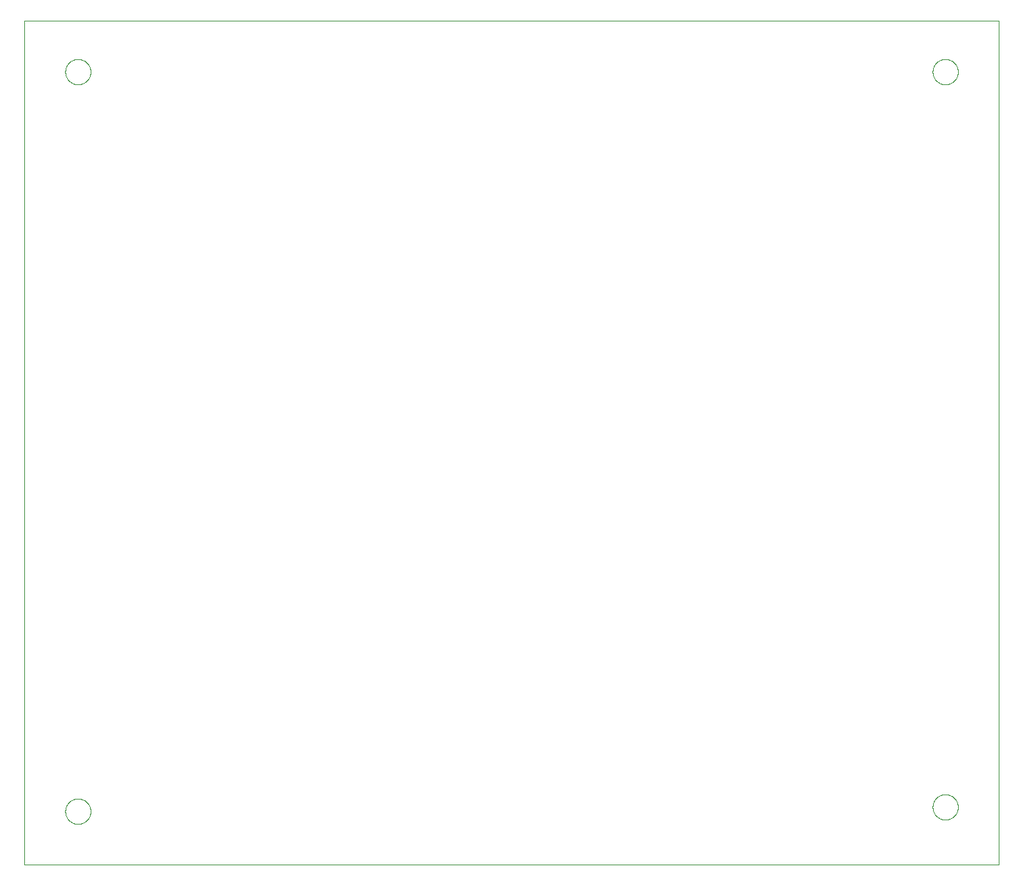
<source format=gko>
G75*
%MOIN*%
%OFA0B0*%
%FSLAX25Y25*%
%IPPOS*%
%LPD*%
%AMOC8*
5,1,8,0,0,1.08239X$1,22.5*
%
%ADD10C,0.00000*%
D10*
X0035984Y0001000D02*
X0035984Y0394701D01*
X0490906Y0394701D01*
X0490906Y0001000D01*
X0035984Y0001000D01*
X0055078Y0026000D02*
X0055080Y0026153D01*
X0055086Y0026307D01*
X0055096Y0026460D01*
X0055110Y0026612D01*
X0055128Y0026765D01*
X0055150Y0026916D01*
X0055175Y0027067D01*
X0055205Y0027218D01*
X0055239Y0027368D01*
X0055276Y0027516D01*
X0055317Y0027664D01*
X0055362Y0027810D01*
X0055411Y0027956D01*
X0055464Y0028100D01*
X0055520Y0028242D01*
X0055580Y0028383D01*
X0055644Y0028523D01*
X0055711Y0028661D01*
X0055782Y0028797D01*
X0055857Y0028931D01*
X0055934Y0029063D01*
X0056016Y0029193D01*
X0056100Y0029321D01*
X0056188Y0029447D01*
X0056279Y0029570D01*
X0056373Y0029691D01*
X0056471Y0029809D01*
X0056571Y0029925D01*
X0056675Y0030038D01*
X0056781Y0030149D01*
X0056890Y0030257D01*
X0057002Y0030362D01*
X0057116Y0030463D01*
X0057234Y0030562D01*
X0057353Y0030658D01*
X0057475Y0030751D01*
X0057600Y0030840D01*
X0057727Y0030927D01*
X0057856Y0031009D01*
X0057987Y0031089D01*
X0058120Y0031165D01*
X0058255Y0031238D01*
X0058392Y0031307D01*
X0058531Y0031372D01*
X0058671Y0031434D01*
X0058813Y0031492D01*
X0058956Y0031547D01*
X0059101Y0031598D01*
X0059247Y0031645D01*
X0059394Y0031688D01*
X0059542Y0031727D01*
X0059691Y0031763D01*
X0059841Y0031794D01*
X0059992Y0031822D01*
X0060143Y0031846D01*
X0060296Y0031866D01*
X0060448Y0031882D01*
X0060601Y0031894D01*
X0060754Y0031902D01*
X0060907Y0031906D01*
X0061061Y0031906D01*
X0061214Y0031902D01*
X0061367Y0031894D01*
X0061520Y0031882D01*
X0061672Y0031866D01*
X0061825Y0031846D01*
X0061976Y0031822D01*
X0062127Y0031794D01*
X0062277Y0031763D01*
X0062426Y0031727D01*
X0062574Y0031688D01*
X0062721Y0031645D01*
X0062867Y0031598D01*
X0063012Y0031547D01*
X0063155Y0031492D01*
X0063297Y0031434D01*
X0063437Y0031372D01*
X0063576Y0031307D01*
X0063713Y0031238D01*
X0063848Y0031165D01*
X0063981Y0031089D01*
X0064112Y0031009D01*
X0064241Y0030927D01*
X0064368Y0030840D01*
X0064493Y0030751D01*
X0064615Y0030658D01*
X0064734Y0030562D01*
X0064852Y0030463D01*
X0064966Y0030362D01*
X0065078Y0030257D01*
X0065187Y0030149D01*
X0065293Y0030038D01*
X0065397Y0029925D01*
X0065497Y0029809D01*
X0065595Y0029691D01*
X0065689Y0029570D01*
X0065780Y0029447D01*
X0065868Y0029321D01*
X0065952Y0029193D01*
X0066034Y0029063D01*
X0066111Y0028931D01*
X0066186Y0028797D01*
X0066257Y0028661D01*
X0066324Y0028523D01*
X0066388Y0028383D01*
X0066448Y0028242D01*
X0066504Y0028100D01*
X0066557Y0027956D01*
X0066606Y0027810D01*
X0066651Y0027664D01*
X0066692Y0027516D01*
X0066729Y0027368D01*
X0066763Y0027218D01*
X0066793Y0027067D01*
X0066818Y0026916D01*
X0066840Y0026765D01*
X0066858Y0026612D01*
X0066872Y0026460D01*
X0066882Y0026307D01*
X0066888Y0026153D01*
X0066890Y0026000D01*
X0066888Y0025847D01*
X0066882Y0025693D01*
X0066872Y0025540D01*
X0066858Y0025388D01*
X0066840Y0025235D01*
X0066818Y0025084D01*
X0066793Y0024933D01*
X0066763Y0024782D01*
X0066729Y0024632D01*
X0066692Y0024484D01*
X0066651Y0024336D01*
X0066606Y0024190D01*
X0066557Y0024044D01*
X0066504Y0023900D01*
X0066448Y0023758D01*
X0066388Y0023617D01*
X0066324Y0023477D01*
X0066257Y0023339D01*
X0066186Y0023203D01*
X0066111Y0023069D01*
X0066034Y0022937D01*
X0065952Y0022807D01*
X0065868Y0022679D01*
X0065780Y0022553D01*
X0065689Y0022430D01*
X0065595Y0022309D01*
X0065497Y0022191D01*
X0065397Y0022075D01*
X0065293Y0021962D01*
X0065187Y0021851D01*
X0065078Y0021743D01*
X0064966Y0021638D01*
X0064852Y0021537D01*
X0064734Y0021438D01*
X0064615Y0021342D01*
X0064493Y0021249D01*
X0064368Y0021160D01*
X0064241Y0021073D01*
X0064112Y0020991D01*
X0063981Y0020911D01*
X0063848Y0020835D01*
X0063713Y0020762D01*
X0063576Y0020693D01*
X0063437Y0020628D01*
X0063297Y0020566D01*
X0063155Y0020508D01*
X0063012Y0020453D01*
X0062867Y0020402D01*
X0062721Y0020355D01*
X0062574Y0020312D01*
X0062426Y0020273D01*
X0062277Y0020237D01*
X0062127Y0020206D01*
X0061976Y0020178D01*
X0061825Y0020154D01*
X0061672Y0020134D01*
X0061520Y0020118D01*
X0061367Y0020106D01*
X0061214Y0020098D01*
X0061061Y0020094D01*
X0060907Y0020094D01*
X0060754Y0020098D01*
X0060601Y0020106D01*
X0060448Y0020118D01*
X0060296Y0020134D01*
X0060143Y0020154D01*
X0059992Y0020178D01*
X0059841Y0020206D01*
X0059691Y0020237D01*
X0059542Y0020273D01*
X0059394Y0020312D01*
X0059247Y0020355D01*
X0059101Y0020402D01*
X0058956Y0020453D01*
X0058813Y0020508D01*
X0058671Y0020566D01*
X0058531Y0020628D01*
X0058392Y0020693D01*
X0058255Y0020762D01*
X0058120Y0020835D01*
X0057987Y0020911D01*
X0057856Y0020991D01*
X0057727Y0021073D01*
X0057600Y0021160D01*
X0057475Y0021249D01*
X0057353Y0021342D01*
X0057234Y0021438D01*
X0057116Y0021537D01*
X0057002Y0021638D01*
X0056890Y0021743D01*
X0056781Y0021851D01*
X0056675Y0021962D01*
X0056571Y0022075D01*
X0056471Y0022191D01*
X0056373Y0022309D01*
X0056279Y0022430D01*
X0056188Y0022553D01*
X0056100Y0022679D01*
X0056016Y0022807D01*
X0055934Y0022937D01*
X0055857Y0023069D01*
X0055782Y0023203D01*
X0055711Y0023339D01*
X0055644Y0023477D01*
X0055580Y0023617D01*
X0055520Y0023758D01*
X0055464Y0023900D01*
X0055411Y0024044D01*
X0055362Y0024190D01*
X0055317Y0024336D01*
X0055276Y0024484D01*
X0055239Y0024632D01*
X0055205Y0024782D01*
X0055175Y0024933D01*
X0055150Y0025084D01*
X0055128Y0025235D01*
X0055110Y0025388D01*
X0055096Y0025540D01*
X0055086Y0025693D01*
X0055080Y0025847D01*
X0055078Y0026000D01*
X0460078Y0028000D02*
X0460080Y0028153D01*
X0460086Y0028307D01*
X0460096Y0028460D01*
X0460110Y0028612D01*
X0460128Y0028765D01*
X0460150Y0028916D01*
X0460175Y0029067D01*
X0460205Y0029218D01*
X0460239Y0029368D01*
X0460276Y0029516D01*
X0460317Y0029664D01*
X0460362Y0029810D01*
X0460411Y0029956D01*
X0460464Y0030100D01*
X0460520Y0030242D01*
X0460580Y0030383D01*
X0460644Y0030523D01*
X0460711Y0030661D01*
X0460782Y0030797D01*
X0460857Y0030931D01*
X0460934Y0031063D01*
X0461016Y0031193D01*
X0461100Y0031321D01*
X0461188Y0031447D01*
X0461279Y0031570D01*
X0461373Y0031691D01*
X0461471Y0031809D01*
X0461571Y0031925D01*
X0461675Y0032038D01*
X0461781Y0032149D01*
X0461890Y0032257D01*
X0462002Y0032362D01*
X0462116Y0032463D01*
X0462234Y0032562D01*
X0462353Y0032658D01*
X0462475Y0032751D01*
X0462600Y0032840D01*
X0462727Y0032927D01*
X0462856Y0033009D01*
X0462987Y0033089D01*
X0463120Y0033165D01*
X0463255Y0033238D01*
X0463392Y0033307D01*
X0463531Y0033372D01*
X0463671Y0033434D01*
X0463813Y0033492D01*
X0463956Y0033547D01*
X0464101Y0033598D01*
X0464247Y0033645D01*
X0464394Y0033688D01*
X0464542Y0033727D01*
X0464691Y0033763D01*
X0464841Y0033794D01*
X0464992Y0033822D01*
X0465143Y0033846D01*
X0465296Y0033866D01*
X0465448Y0033882D01*
X0465601Y0033894D01*
X0465754Y0033902D01*
X0465907Y0033906D01*
X0466061Y0033906D01*
X0466214Y0033902D01*
X0466367Y0033894D01*
X0466520Y0033882D01*
X0466672Y0033866D01*
X0466825Y0033846D01*
X0466976Y0033822D01*
X0467127Y0033794D01*
X0467277Y0033763D01*
X0467426Y0033727D01*
X0467574Y0033688D01*
X0467721Y0033645D01*
X0467867Y0033598D01*
X0468012Y0033547D01*
X0468155Y0033492D01*
X0468297Y0033434D01*
X0468437Y0033372D01*
X0468576Y0033307D01*
X0468713Y0033238D01*
X0468848Y0033165D01*
X0468981Y0033089D01*
X0469112Y0033009D01*
X0469241Y0032927D01*
X0469368Y0032840D01*
X0469493Y0032751D01*
X0469615Y0032658D01*
X0469734Y0032562D01*
X0469852Y0032463D01*
X0469966Y0032362D01*
X0470078Y0032257D01*
X0470187Y0032149D01*
X0470293Y0032038D01*
X0470397Y0031925D01*
X0470497Y0031809D01*
X0470595Y0031691D01*
X0470689Y0031570D01*
X0470780Y0031447D01*
X0470868Y0031321D01*
X0470952Y0031193D01*
X0471034Y0031063D01*
X0471111Y0030931D01*
X0471186Y0030797D01*
X0471257Y0030661D01*
X0471324Y0030523D01*
X0471388Y0030383D01*
X0471448Y0030242D01*
X0471504Y0030100D01*
X0471557Y0029956D01*
X0471606Y0029810D01*
X0471651Y0029664D01*
X0471692Y0029516D01*
X0471729Y0029368D01*
X0471763Y0029218D01*
X0471793Y0029067D01*
X0471818Y0028916D01*
X0471840Y0028765D01*
X0471858Y0028612D01*
X0471872Y0028460D01*
X0471882Y0028307D01*
X0471888Y0028153D01*
X0471890Y0028000D01*
X0471888Y0027847D01*
X0471882Y0027693D01*
X0471872Y0027540D01*
X0471858Y0027388D01*
X0471840Y0027235D01*
X0471818Y0027084D01*
X0471793Y0026933D01*
X0471763Y0026782D01*
X0471729Y0026632D01*
X0471692Y0026484D01*
X0471651Y0026336D01*
X0471606Y0026190D01*
X0471557Y0026044D01*
X0471504Y0025900D01*
X0471448Y0025758D01*
X0471388Y0025617D01*
X0471324Y0025477D01*
X0471257Y0025339D01*
X0471186Y0025203D01*
X0471111Y0025069D01*
X0471034Y0024937D01*
X0470952Y0024807D01*
X0470868Y0024679D01*
X0470780Y0024553D01*
X0470689Y0024430D01*
X0470595Y0024309D01*
X0470497Y0024191D01*
X0470397Y0024075D01*
X0470293Y0023962D01*
X0470187Y0023851D01*
X0470078Y0023743D01*
X0469966Y0023638D01*
X0469852Y0023537D01*
X0469734Y0023438D01*
X0469615Y0023342D01*
X0469493Y0023249D01*
X0469368Y0023160D01*
X0469241Y0023073D01*
X0469112Y0022991D01*
X0468981Y0022911D01*
X0468848Y0022835D01*
X0468713Y0022762D01*
X0468576Y0022693D01*
X0468437Y0022628D01*
X0468297Y0022566D01*
X0468155Y0022508D01*
X0468012Y0022453D01*
X0467867Y0022402D01*
X0467721Y0022355D01*
X0467574Y0022312D01*
X0467426Y0022273D01*
X0467277Y0022237D01*
X0467127Y0022206D01*
X0466976Y0022178D01*
X0466825Y0022154D01*
X0466672Y0022134D01*
X0466520Y0022118D01*
X0466367Y0022106D01*
X0466214Y0022098D01*
X0466061Y0022094D01*
X0465907Y0022094D01*
X0465754Y0022098D01*
X0465601Y0022106D01*
X0465448Y0022118D01*
X0465296Y0022134D01*
X0465143Y0022154D01*
X0464992Y0022178D01*
X0464841Y0022206D01*
X0464691Y0022237D01*
X0464542Y0022273D01*
X0464394Y0022312D01*
X0464247Y0022355D01*
X0464101Y0022402D01*
X0463956Y0022453D01*
X0463813Y0022508D01*
X0463671Y0022566D01*
X0463531Y0022628D01*
X0463392Y0022693D01*
X0463255Y0022762D01*
X0463120Y0022835D01*
X0462987Y0022911D01*
X0462856Y0022991D01*
X0462727Y0023073D01*
X0462600Y0023160D01*
X0462475Y0023249D01*
X0462353Y0023342D01*
X0462234Y0023438D01*
X0462116Y0023537D01*
X0462002Y0023638D01*
X0461890Y0023743D01*
X0461781Y0023851D01*
X0461675Y0023962D01*
X0461571Y0024075D01*
X0461471Y0024191D01*
X0461373Y0024309D01*
X0461279Y0024430D01*
X0461188Y0024553D01*
X0461100Y0024679D01*
X0461016Y0024807D01*
X0460934Y0024937D01*
X0460857Y0025069D01*
X0460782Y0025203D01*
X0460711Y0025339D01*
X0460644Y0025477D01*
X0460580Y0025617D01*
X0460520Y0025758D01*
X0460464Y0025900D01*
X0460411Y0026044D01*
X0460362Y0026190D01*
X0460317Y0026336D01*
X0460276Y0026484D01*
X0460239Y0026632D01*
X0460205Y0026782D01*
X0460175Y0026933D01*
X0460150Y0027084D01*
X0460128Y0027235D01*
X0460110Y0027388D01*
X0460096Y0027540D01*
X0460086Y0027693D01*
X0460080Y0027847D01*
X0460078Y0028000D01*
X0460078Y0371000D02*
X0460080Y0371153D01*
X0460086Y0371307D01*
X0460096Y0371460D01*
X0460110Y0371612D01*
X0460128Y0371765D01*
X0460150Y0371916D01*
X0460175Y0372067D01*
X0460205Y0372218D01*
X0460239Y0372368D01*
X0460276Y0372516D01*
X0460317Y0372664D01*
X0460362Y0372810D01*
X0460411Y0372956D01*
X0460464Y0373100D01*
X0460520Y0373242D01*
X0460580Y0373383D01*
X0460644Y0373523D01*
X0460711Y0373661D01*
X0460782Y0373797D01*
X0460857Y0373931D01*
X0460934Y0374063D01*
X0461016Y0374193D01*
X0461100Y0374321D01*
X0461188Y0374447D01*
X0461279Y0374570D01*
X0461373Y0374691D01*
X0461471Y0374809D01*
X0461571Y0374925D01*
X0461675Y0375038D01*
X0461781Y0375149D01*
X0461890Y0375257D01*
X0462002Y0375362D01*
X0462116Y0375463D01*
X0462234Y0375562D01*
X0462353Y0375658D01*
X0462475Y0375751D01*
X0462600Y0375840D01*
X0462727Y0375927D01*
X0462856Y0376009D01*
X0462987Y0376089D01*
X0463120Y0376165D01*
X0463255Y0376238D01*
X0463392Y0376307D01*
X0463531Y0376372D01*
X0463671Y0376434D01*
X0463813Y0376492D01*
X0463956Y0376547D01*
X0464101Y0376598D01*
X0464247Y0376645D01*
X0464394Y0376688D01*
X0464542Y0376727D01*
X0464691Y0376763D01*
X0464841Y0376794D01*
X0464992Y0376822D01*
X0465143Y0376846D01*
X0465296Y0376866D01*
X0465448Y0376882D01*
X0465601Y0376894D01*
X0465754Y0376902D01*
X0465907Y0376906D01*
X0466061Y0376906D01*
X0466214Y0376902D01*
X0466367Y0376894D01*
X0466520Y0376882D01*
X0466672Y0376866D01*
X0466825Y0376846D01*
X0466976Y0376822D01*
X0467127Y0376794D01*
X0467277Y0376763D01*
X0467426Y0376727D01*
X0467574Y0376688D01*
X0467721Y0376645D01*
X0467867Y0376598D01*
X0468012Y0376547D01*
X0468155Y0376492D01*
X0468297Y0376434D01*
X0468437Y0376372D01*
X0468576Y0376307D01*
X0468713Y0376238D01*
X0468848Y0376165D01*
X0468981Y0376089D01*
X0469112Y0376009D01*
X0469241Y0375927D01*
X0469368Y0375840D01*
X0469493Y0375751D01*
X0469615Y0375658D01*
X0469734Y0375562D01*
X0469852Y0375463D01*
X0469966Y0375362D01*
X0470078Y0375257D01*
X0470187Y0375149D01*
X0470293Y0375038D01*
X0470397Y0374925D01*
X0470497Y0374809D01*
X0470595Y0374691D01*
X0470689Y0374570D01*
X0470780Y0374447D01*
X0470868Y0374321D01*
X0470952Y0374193D01*
X0471034Y0374063D01*
X0471111Y0373931D01*
X0471186Y0373797D01*
X0471257Y0373661D01*
X0471324Y0373523D01*
X0471388Y0373383D01*
X0471448Y0373242D01*
X0471504Y0373100D01*
X0471557Y0372956D01*
X0471606Y0372810D01*
X0471651Y0372664D01*
X0471692Y0372516D01*
X0471729Y0372368D01*
X0471763Y0372218D01*
X0471793Y0372067D01*
X0471818Y0371916D01*
X0471840Y0371765D01*
X0471858Y0371612D01*
X0471872Y0371460D01*
X0471882Y0371307D01*
X0471888Y0371153D01*
X0471890Y0371000D01*
X0471888Y0370847D01*
X0471882Y0370693D01*
X0471872Y0370540D01*
X0471858Y0370388D01*
X0471840Y0370235D01*
X0471818Y0370084D01*
X0471793Y0369933D01*
X0471763Y0369782D01*
X0471729Y0369632D01*
X0471692Y0369484D01*
X0471651Y0369336D01*
X0471606Y0369190D01*
X0471557Y0369044D01*
X0471504Y0368900D01*
X0471448Y0368758D01*
X0471388Y0368617D01*
X0471324Y0368477D01*
X0471257Y0368339D01*
X0471186Y0368203D01*
X0471111Y0368069D01*
X0471034Y0367937D01*
X0470952Y0367807D01*
X0470868Y0367679D01*
X0470780Y0367553D01*
X0470689Y0367430D01*
X0470595Y0367309D01*
X0470497Y0367191D01*
X0470397Y0367075D01*
X0470293Y0366962D01*
X0470187Y0366851D01*
X0470078Y0366743D01*
X0469966Y0366638D01*
X0469852Y0366537D01*
X0469734Y0366438D01*
X0469615Y0366342D01*
X0469493Y0366249D01*
X0469368Y0366160D01*
X0469241Y0366073D01*
X0469112Y0365991D01*
X0468981Y0365911D01*
X0468848Y0365835D01*
X0468713Y0365762D01*
X0468576Y0365693D01*
X0468437Y0365628D01*
X0468297Y0365566D01*
X0468155Y0365508D01*
X0468012Y0365453D01*
X0467867Y0365402D01*
X0467721Y0365355D01*
X0467574Y0365312D01*
X0467426Y0365273D01*
X0467277Y0365237D01*
X0467127Y0365206D01*
X0466976Y0365178D01*
X0466825Y0365154D01*
X0466672Y0365134D01*
X0466520Y0365118D01*
X0466367Y0365106D01*
X0466214Y0365098D01*
X0466061Y0365094D01*
X0465907Y0365094D01*
X0465754Y0365098D01*
X0465601Y0365106D01*
X0465448Y0365118D01*
X0465296Y0365134D01*
X0465143Y0365154D01*
X0464992Y0365178D01*
X0464841Y0365206D01*
X0464691Y0365237D01*
X0464542Y0365273D01*
X0464394Y0365312D01*
X0464247Y0365355D01*
X0464101Y0365402D01*
X0463956Y0365453D01*
X0463813Y0365508D01*
X0463671Y0365566D01*
X0463531Y0365628D01*
X0463392Y0365693D01*
X0463255Y0365762D01*
X0463120Y0365835D01*
X0462987Y0365911D01*
X0462856Y0365991D01*
X0462727Y0366073D01*
X0462600Y0366160D01*
X0462475Y0366249D01*
X0462353Y0366342D01*
X0462234Y0366438D01*
X0462116Y0366537D01*
X0462002Y0366638D01*
X0461890Y0366743D01*
X0461781Y0366851D01*
X0461675Y0366962D01*
X0461571Y0367075D01*
X0461471Y0367191D01*
X0461373Y0367309D01*
X0461279Y0367430D01*
X0461188Y0367553D01*
X0461100Y0367679D01*
X0461016Y0367807D01*
X0460934Y0367937D01*
X0460857Y0368069D01*
X0460782Y0368203D01*
X0460711Y0368339D01*
X0460644Y0368477D01*
X0460580Y0368617D01*
X0460520Y0368758D01*
X0460464Y0368900D01*
X0460411Y0369044D01*
X0460362Y0369190D01*
X0460317Y0369336D01*
X0460276Y0369484D01*
X0460239Y0369632D01*
X0460205Y0369782D01*
X0460175Y0369933D01*
X0460150Y0370084D01*
X0460128Y0370235D01*
X0460110Y0370388D01*
X0460096Y0370540D01*
X0460086Y0370693D01*
X0460080Y0370847D01*
X0460078Y0371000D01*
X0055078Y0371000D02*
X0055080Y0371153D01*
X0055086Y0371307D01*
X0055096Y0371460D01*
X0055110Y0371612D01*
X0055128Y0371765D01*
X0055150Y0371916D01*
X0055175Y0372067D01*
X0055205Y0372218D01*
X0055239Y0372368D01*
X0055276Y0372516D01*
X0055317Y0372664D01*
X0055362Y0372810D01*
X0055411Y0372956D01*
X0055464Y0373100D01*
X0055520Y0373242D01*
X0055580Y0373383D01*
X0055644Y0373523D01*
X0055711Y0373661D01*
X0055782Y0373797D01*
X0055857Y0373931D01*
X0055934Y0374063D01*
X0056016Y0374193D01*
X0056100Y0374321D01*
X0056188Y0374447D01*
X0056279Y0374570D01*
X0056373Y0374691D01*
X0056471Y0374809D01*
X0056571Y0374925D01*
X0056675Y0375038D01*
X0056781Y0375149D01*
X0056890Y0375257D01*
X0057002Y0375362D01*
X0057116Y0375463D01*
X0057234Y0375562D01*
X0057353Y0375658D01*
X0057475Y0375751D01*
X0057600Y0375840D01*
X0057727Y0375927D01*
X0057856Y0376009D01*
X0057987Y0376089D01*
X0058120Y0376165D01*
X0058255Y0376238D01*
X0058392Y0376307D01*
X0058531Y0376372D01*
X0058671Y0376434D01*
X0058813Y0376492D01*
X0058956Y0376547D01*
X0059101Y0376598D01*
X0059247Y0376645D01*
X0059394Y0376688D01*
X0059542Y0376727D01*
X0059691Y0376763D01*
X0059841Y0376794D01*
X0059992Y0376822D01*
X0060143Y0376846D01*
X0060296Y0376866D01*
X0060448Y0376882D01*
X0060601Y0376894D01*
X0060754Y0376902D01*
X0060907Y0376906D01*
X0061061Y0376906D01*
X0061214Y0376902D01*
X0061367Y0376894D01*
X0061520Y0376882D01*
X0061672Y0376866D01*
X0061825Y0376846D01*
X0061976Y0376822D01*
X0062127Y0376794D01*
X0062277Y0376763D01*
X0062426Y0376727D01*
X0062574Y0376688D01*
X0062721Y0376645D01*
X0062867Y0376598D01*
X0063012Y0376547D01*
X0063155Y0376492D01*
X0063297Y0376434D01*
X0063437Y0376372D01*
X0063576Y0376307D01*
X0063713Y0376238D01*
X0063848Y0376165D01*
X0063981Y0376089D01*
X0064112Y0376009D01*
X0064241Y0375927D01*
X0064368Y0375840D01*
X0064493Y0375751D01*
X0064615Y0375658D01*
X0064734Y0375562D01*
X0064852Y0375463D01*
X0064966Y0375362D01*
X0065078Y0375257D01*
X0065187Y0375149D01*
X0065293Y0375038D01*
X0065397Y0374925D01*
X0065497Y0374809D01*
X0065595Y0374691D01*
X0065689Y0374570D01*
X0065780Y0374447D01*
X0065868Y0374321D01*
X0065952Y0374193D01*
X0066034Y0374063D01*
X0066111Y0373931D01*
X0066186Y0373797D01*
X0066257Y0373661D01*
X0066324Y0373523D01*
X0066388Y0373383D01*
X0066448Y0373242D01*
X0066504Y0373100D01*
X0066557Y0372956D01*
X0066606Y0372810D01*
X0066651Y0372664D01*
X0066692Y0372516D01*
X0066729Y0372368D01*
X0066763Y0372218D01*
X0066793Y0372067D01*
X0066818Y0371916D01*
X0066840Y0371765D01*
X0066858Y0371612D01*
X0066872Y0371460D01*
X0066882Y0371307D01*
X0066888Y0371153D01*
X0066890Y0371000D01*
X0066888Y0370847D01*
X0066882Y0370693D01*
X0066872Y0370540D01*
X0066858Y0370388D01*
X0066840Y0370235D01*
X0066818Y0370084D01*
X0066793Y0369933D01*
X0066763Y0369782D01*
X0066729Y0369632D01*
X0066692Y0369484D01*
X0066651Y0369336D01*
X0066606Y0369190D01*
X0066557Y0369044D01*
X0066504Y0368900D01*
X0066448Y0368758D01*
X0066388Y0368617D01*
X0066324Y0368477D01*
X0066257Y0368339D01*
X0066186Y0368203D01*
X0066111Y0368069D01*
X0066034Y0367937D01*
X0065952Y0367807D01*
X0065868Y0367679D01*
X0065780Y0367553D01*
X0065689Y0367430D01*
X0065595Y0367309D01*
X0065497Y0367191D01*
X0065397Y0367075D01*
X0065293Y0366962D01*
X0065187Y0366851D01*
X0065078Y0366743D01*
X0064966Y0366638D01*
X0064852Y0366537D01*
X0064734Y0366438D01*
X0064615Y0366342D01*
X0064493Y0366249D01*
X0064368Y0366160D01*
X0064241Y0366073D01*
X0064112Y0365991D01*
X0063981Y0365911D01*
X0063848Y0365835D01*
X0063713Y0365762D01*
X0063576Y0365693D01*
X0063437Y0365628D01*
X0063297Y0365566D01*
X0063155Y0365508D01*
X0063012Y0365453D01*
X0062867Y0365402D01*
X0062721Y0365355D01*
X0062574Y0365312D01*
X0062426Y0365273D01*
X0062277Y0365237D01*
X0062127Y0365206D01*
X0061976Y0365178D01*
X0061825Y0365154D01*
X0061672Y0365134D01*
X0061520Y0365118D01*
X0061367Y0365106D01*
X0061214Y0365098D01*
X0061061Y0365094D01*
X0060907Y0365094D01*
X0060754Y0365098D01*
X0060601Y0365106D01*
X0060448Y0365118D01*
X0060296Y0365134D01*
X0060143Y0365154D01*
X0059992Y0365178D01*
X0059841Y0365206D01*
X0059691Y0365237D01*
X0059542Y0365273D01*
X0059394Y0365312D01*
X0059247Y0365355D01*
X0059101Y0365402D01*
X0058956Y0365453D01*
X0058813Y0365508D01*
X0058671Y0365566D01*
X0058531Y0365628D01*
X0058392Y0365693D01*
X0058255Y0365762D01*
X0058120Y0365835D01*
X0057987Y0365911D01*
X0057856Y0365991D01*
X0057727Y0366073D01*
X0057600Y0366160D01*
X0057475Y0366249D01*
X0057353Y0366342D01*
X0057234Y0366438D01*
X0057116Y0366537D01*
X0057002Y0366638D01*
X0056890Y0366743D01*
X0056781Y0366851D01*
X0056675Y0366962D01*
X0056571Y0367075D01*
X0056471Y0367191D01*
X0056373Y0367309D01*
X0056279Y0367430D01*
X0056188Y0367553D01*
X0056100Y0367679D01*
X0056016Y0367807D01*
X0055934Y0367937D01*
X0055857Y0368069D01*
X0055782Y0368203D01*
X0055711Y0368339D01*
X0055644Y0368477D01*
X0055580Y0368617D01*
X0055520Y0368758D01*
X0055464Y0368900D01*
X0055411Y0369044D01*
X0055362Y0369190D01*
X0055317Y0369336D01*
X0055276Y0369484D01*
X0055239Y0369632D01*
X0055205Y0369782D01*
X0055175Y0369933D01*
X0055150Y0370084D01*
X0055128Y0370235D01*
X0055110Y0370388D01*
X0055096Y0370540D01*
X0055086Y0370693D01*
X0055080Y0370847D01*
X0055078Y0371000D01*
M02*

</source>
